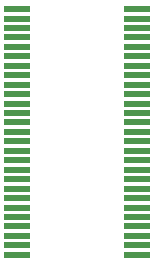
<source format=gtp>
G04 #@! TF.GenerationSoftware,KiCad,Pcbnew,7.0.7*
G04 #@! TF.CreationDate,2023-10-29T22:23:37+09:00*
G04 #@! TF.ProjectId,Pixy-mega128-0-sdram-hat,50697879-2d6d-4656-9761-3132382d302d,rev?*
G04 #@! TF.SameCoordinates,Original*
G04 #@! TF.FileFunction,Paste,Top*
G04 #@! TF.FilePolarity,Positive*
%FSLAX46Y46*%
G04 Gerber Fmt 4.6, Leading zero omitted, Abs format (unit mm)*
G04 Created by KiCad (PCBNEW 7.0.7) date 2023-10-29 22:23:37*
%MOMM*%
%LPD*%
G01*
G04 APERTURE LIST*
%ADD10R,2.200000X0.500000*%
G04 APERTURE END LIST*
D10*
G04 #@! TO.C,U1*
X38520000Y-40400000D03*
X38520000Y-41200000D03*
X38520000Y-42000000D03*
X38520000Y-42800000D03*
X38520000Y-43600000D03*
X38520000Y-44400000D03*
X38520000Y-45200000D03*
X38520000Y-46000000D03*
X38520000Y-46800000D03*
X38520000Y-47600000D03*
X38520000Y-48400000D03*
X38520000Y-49200000D03*
X38520000Y-50000000D03*
X38520000Y-50800000D03*
X38520000Y-51600000D03*
X38520000Y-52400000D03*
X38520000Y-53200000D03*
X38520000Y-54000000D03*
X38520000Y-54800000D03*
X38520000Y-55600000D03*
X38520000Y-56400000D03*
X38520000Y-57200000D03*
X38520000Y-58000000D03*
X38520000Y-58800000D03*
X38520000Y-59600000D03*
X38520000Y-60400000D03*
X38520000Y-61200000D03*
X48680000Y-61200000D03*
X48680000Y-60400000D03*
X48680000Y-59600000D03*
X48680000Y-58800000D03*
X48680000Y-58000000D03*
X48680000Y-57200000D03*
X48680000Y-56400000D03*
X48680000Y-55600000D03*
X48680000Y-54800000D03*
X48680000Y-54000000D03*
X48680000Y-53200000D03*
X48680000Y-52400000D03*
X48680000Y-51600000D03*
X48680000Y-50800000D03*
X48680000Y-50000000D03*
X48680000Y-49200000D03*
X48680000Y-48400000D03*
X48680000Y-47600000D03*
X48680000Y-46800000D03*
X48680000Y-46000000D03*
X48680000Y-45200000D03*
X48680000Y-44400000D03*
X48680000Y-43600000D03*
X48680000Y-42800000D03*
X48680000Y-42000000D03*
X48680000Y-41200000D03*
X48680000Y-40400000D03*
G04 #@! TD*
M02*

</source>
